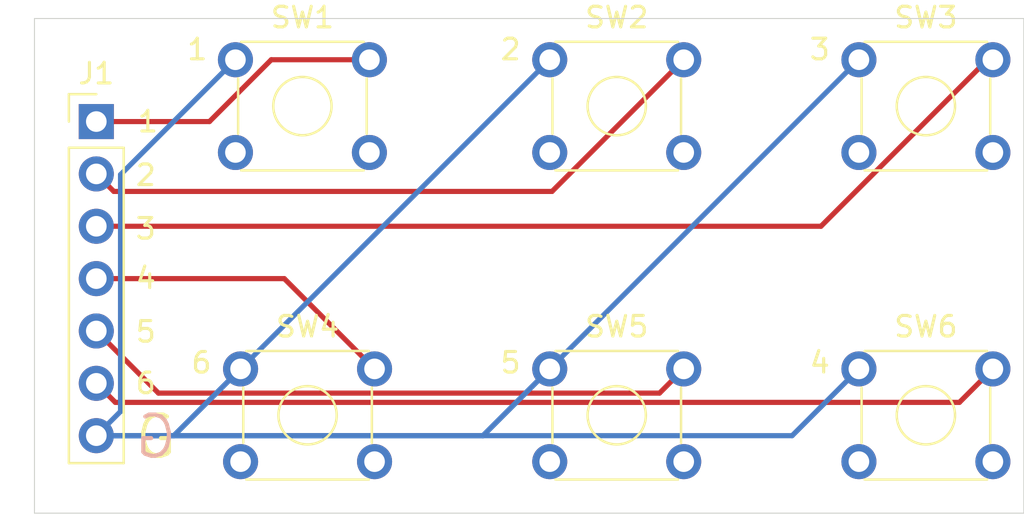
<source format=kicad_pcb>
(kicad_pcb (version 20171130) (host pcbnew 5.1.12-84ad8e8a86~92~ubuntu20.04.1)

  (general
    (thickness 1.6)
    (drawings 18)
    (tracks 28)
    (zones 0)
    (modules 7)
    (nets 20)
  )

  (page A4)
  (layers
    (0 F.Cu signal)
    (31 B.Cu signal)
    (32 B.Adhes user)
    (33 F.Adhes user)
    (34 B.Paste user)
    (35 F.Paste user)
    (36 B.SilkS user)
    (37 F.SilkS user)
    (38 B.Mask user)
    (39 F.Mask user)
    (40 Dwgs.User user)
    (41 Cmts.User user)
    (42 Eco1.User user)
    (43 Eco2.User user)
    (44 Edge.Cuts user)
    (45 Margin user)
    (46 B.CrtYd user)
    (47 F.CrtYd user)
    (48 B.Fab user)
    (49 F.Fab user)
  )

  (setup
    (last_trace_width 0.25)
    (trace_clearance 0.2)
    (zone_clearance 0.508)
    (zone_45_only no)
    (trace_min 0.2)
    (via_size 0.8)
    (via_drill 0.4)
    (via_min_size 0.4)
    (via_min_drill 0.3)
    (uvia_size 0.3)
    (uvia_drill 0.1)
    (uvias_allowed no)
    (uvia_min_size 0.2)
    (uvia_min_drill 0.1)
    (edge_width 0.05)
    (segment_width 0.2)
    (pcb_text_width 0.3)
    (pcb_text_size 1.5 1.5)
    (mod_edge_width 0.12)
    (mod_text_size 1 1)
    (mod_text_width 0.15)
    (pad_size 1.524 1.524)
    (pad_drill 0.762)
    (pad_to_mask_clearance 0)
    (aux_axis_origin 0 0)
    (visible_elements FFFFFF7F)
    (pcbplotparams
      (layerselection 0x010fc_ffffffff)
      (usegerberextensions false)
      (usegerberattributes true)
      (usegerberadvancedattributes true)
      (creategerberjobfile true)
      (excludeedgelayer true)
      (linewidth 0.100000)
      (plotframeref false)
      (viasonmask false)
      (mode 1)
      (useauxorigin false)
      (hpglpennumber 1)
      (hpglpenspeed 20)
      (hpglpendiameter 15.000000)
      (psnegative false)
      (psa4output false)
      (plotreference false)
      (plotvalue false)
      (plotinvisibletext false)
      (padsonsilk false)
      (subtractmaskfromsilk false)
      (outputformat 1)
      (mirror false)
      (drillshape 0)
      (scaleselection 1)
      (outputdirectory "gerber"))
  )

  (net 0 "")
  (net 1 GND)
  (net 2 "Net-(J1-Pad6)")
  (net 3 "Net-(J1-Pad5)")
  (net 4 "Net-(J1-Pad4)")
  (net 5 "Net-(J1-Pad3)")
  (net 6 "Net-(J1-Pad2)")
  (net 7 "Net-(J1-Pad1)")
  (net 8 "Net-(SW1-Pad3)")
  (net 9 "Net-(SW1-Pad4)")
  (net 10 "Net-(SW2-Pad3)")
  (net 11 "Net-(SW2-Pad4)")
  (net 12 "Net-(SW3-Pad3)")
  (net 13 "Net-(SW3-Pad4)")
  (net 14 "Net-(SW4-Pad3)")
  (net 15 "Net-(SW4-Pad4)")
  (net 16 "Net-(SW5-Pad3)")
  (net 17 "Net-(SW5-Pad4)")
  (net 18 "Net-(SW6-Pad3)")
  (net 19 "Net-(SW6-Pad4)")

  (net_class Default "This is the default net class."
    (clearance 0.2)
    (trace_width 0.25)
    (via_dia 0.8)
    (via_drill 0.4)
    (uvia_dia 0.3)
    (uvia_drill 0.1)
    (add_net GND)
    (add_net "Net-(J1-Pad1)")
    (add_net "Net-(J1-Pad2)")
    (add_net "Net-(J1-Pad3)")
    (add_net "Net-(J1-Pad4)")
    (add_net "Net-(J1-Pad5)")
    (add_net "Net-(J1-Pad6)")
    (add_net "Net-(SW1-Pad3)")
    (add_net "Net-(SW1-Pad4)")
    (add_net "Net-(SW2-Pad3)")
    (add_net "Net-(SW2-Pad4)")
    (add_net "Net-(SW3-Pad3)")
    (add_net "Net-(SW3-Pad4)")
    (add_net "Net-(SW4-Pad3)")
    (add_net "Net-(SW4-Pad4)")
    (add_net "Net-(SW5-Pad3)")
    (add_net "Net-(SW5-Pad4)")
    (add_net "Net-(SW6-Pad3)")
    (add_net "Net-(SW6-Pad4)")
  )

  (module Button_Switch_THT:SW_TH_Tactile_Omron_B3F-10xx (layer F.Cu) (tedit 5D84F0EF) (tstamp 61976E06)
    (at 136 68)
    (descr SW_TH_Tactile_Omron_B3F-10xx_https://www.omron.com/ecb/products/pdf/en-b3f.pdf)
    (tags "Omron B3F-10xx")
    (path /6199D8E5)
    (fp_text reference SW6 (at 3.25 -2.05) (layer F.SilkS)
      (effects (font (size 1 1) (thickness 0.15)))
    )
    (fp_text value SW_DPST (at 3.2 6.5) (layer F.Fab)
      (effects (font (size 1 1) (thickness 0.15)))
    )
    (fp_text user %R (at 3.25 2.25) (layer F.Fab)
      (effects (font (size 1 1) (thickness 0.15)))
    )
    (fp_line (start 0.25 -0.75) (end 0.25 5.25) (layer F.Fab) (width 0.1))
    (fp_line (start 6.25 -0.75) (end 6.25 5.25) (layer F.Fab) (width 0.1))
    (fp_line (start 0.25 -0.75) (end 6.25 -0.75) (layer F.Fab) (width 0.1))
    (fp_line (start 7.6 5.6) (end 7.6 -1.1) (layer F.CrtYd) (width 0.05))
    (fp_line (start -1.1 5.6) (end 7.6 5.6) (layer F.CrtYd) (width 0.05))
    (fp_line (start -1.1 -1.1) (end -1.1 5.6) (layer F.CrtYd) (width 0.05))
    (fp_circle (center 3.25 2.25) (end 4.25 3.25) (layer F.SilkS) (width 0.12))
    (fp_line (start 0.28 5.37) (end 6.22 5.37) (layer F.SilkS) (width 0.12))
    (fp_line (start 0.28 -0.87) (end 6.22 -0.87) (layer F.SilkS) (width 0.12))
    (fp_line (start 0.13 3.59) (end 0.13 0.91) (layer F.SilkS) (width 0.12))
    (fp_line (start 6.37 0.91) (end 6.37 3.59) (layer F.SilkS) (width 0.12))
    (fp_line (start 0.25 5.25) (end 6.25 5.25) (layer F.Fab) (width 0.1))
    (fp_line (start -1.1 -1.1) (end 7.6 -1.1) (layer F.CrtYd) (width 0.05))
    (pad 1 thru_hole circle (at 0 0) (size 1.7 1.7) (drill 1) (layers *.Cu *.Mask)
      (net 1 GND))
    (pad 2 thru_hole circle (at 6.5 0) (size 1.7 1.7) (drill 1) (layers *.Cu *.Mask)
      (net 2 "Net-(J1-Pad6)"))
    (pad 3 thru_hole circle (at 0 4.5) (size 1.7 1.7) (drill 1) (layers *.Cu *.Mask)
      (net 18 "Net-(SW6-Pad3)"))
    (pad 4 thru_hole circle (at 6.5 4.5) (size 1.7 1.7) (drill 1) (layers *.Cu *.Mask)
      (net 19 "Net-(SW6-Pad4)"))
    (model ${KISYS3DMOD}/Button_Switch_THT.3dshapes/SW_TH_Tactile_Omron_B3F-10xx.wrl
      (at (xyz 0 0 0))
      (scale (xyz 1 1 1))
      (rotate (xyz 0 0 0))
    )
  )

  (module Button_Switch_THT:SW_TH_Tactile_Omron_B3F-10xx (layer F.Cu) (tedit 5D84F0EF) (tstamp 61976DF0)
    (at 121 68)
    (descr SW_TH_Tactile_Omron_B3F-10xx_https://www.omron.com/ecb/products/pdf/en-b3f.pdf)
    (tags "Omron B3F-10xx")
    (path /6199CC7B)
    (fp_text reference SW5 (at 3.25 -2.05) (layer F.SilkS)
      (effects (font (size 1 1) (thickness 0.15)))
    )
    (fp_text value SW_DPST (at 3.2 6.5) (layer F.Fab)
      (effects (font (size 1 1) (thickness 0.15)))
    )
    (fp_text user %R (at 3.25 2.25) (layer F.Fab)
      (effects (font (size 1 1) (thickness 0.15)))
    )
    (fp_line (start 0.25 -0.75) (end 0.25 5.25) (layer F.Fab) (width 0.1))
    (fp_line (start 6.25 -0.75) (end 6.25 5.25) (layer F.Fab) (width 0.1))
    (fp_line (start 0.25 -0.75) (end 6.25 -0.75) (layer F.Fab) (width 0.1))
    (fp_line (start 7.6 5.6) (end 7.6 -1.1) (layer F.CrtYd) (width 0.05))
    (fp_line (start -1.1 5.6) (end 7.6 5.6) (layer F.CrtYd) (width 0.05))
    (fp_line (start -1.1 -1.1) (end -1.1 5.6) (layer F.CrtYd) (width 0.05))
    (fp_circle (center 3.25 2.25) (end 4.25 3.25) (layer F.SilkS) (width 0.12))
    (fp_line (start 0.28 5.37) (end 6.22 5.37) (layer F.SilkS) (width 0.12))
    (fp_line (start 0.28 -0.87) (end 6.22 -0.87) (layer F.SilkS) (width 0.12))
    (fp_line (start 0.13 3.59) (end 0.13 0.91) (layer F.SilkS) (width 0.12))
    (fp_line (start 6.37 0.91) (end 6.37 3.59) (layer F.SilkS) (width 0.12))
    (fp_line (start 0.25 5.25) (end 6.25 5.25) (layer F.Fab) (width 0.1))
    (fp_line (start -1.1 -1.1) (end 7.6 -1.1) (layer F.CrtYd) (width 0.05))
    (pad 1 thru_hole circle (at 0 0) (size 1.7 1.7) (drill 1) (layers *.Cu *.Mask)
      (net 1 GND))
    (pad 2 thru_hole circle (at 6.5 0) (size 1.7 1.7) (drill 1) (layers *.Cu *.Mask)
      (net 3 "Net-(J1-Pad5)"))
    (pad 3 thru_hole circle (at 0 4.5) (size 1.7 1.7) (drill 1) (layers *.Cu *.Mask)
      (net 16 "Net-(SW5-Pad3)"))
    (pad 4 thru_hole circle (at 6.5 4.5) (size 1.7 1.7) (drill 1) (layers *.Cu *.Mask)
      (net 17 "Net-(SW5-Pad4)"))
    (model ${KISYS3DMOD}/Button_Switch_THT.3dshapes/SW_TH_Tactile_Omron_B3F-10xx.wrl
      (at (xyz 0 0 0))
      (scale (xyz 1 1 1))
      (rotate (xyz 0 0 0))
    )
  )

  (module Button_Switch_THT:SW_TH_Tactile_Omron_B3F-10xx (layer F.Cu) (tedit 5D84F0EF) (tstamp 61976DDA)
    (at 106 68)
    (descr SW_TH_Tactile_Omron_B3F-10xx_https://www.omron.com/ecb/products/pdf/en-b3f.pdf)
    (tags "Omron B3F-10xx")
    (path /6199BEEA)
    (fp_text reference SW4 (at 3.25 -2.05) (layer F.SilkS)
      (effects (font (size 1 1) (thickness 0.15)))
    )
    (fp_text value SW_DPST (at 3.2 6.5) (layer F.Fab)
      (effects (font (size 1 1) (thickness 0.15)))
    )
    (fp_text user %R (at 3.25 2.25) (layer F.Fab)
      (effects (font (size 1 1) (thickness 0.15)))
    )
    (fp_line (start 0.25 -0.75) (end 0.25 5.25) (layer F.Fab) (width 0.1))
    (fp_line (start 6.25 -0.75) (end 6.25 5.25) (layer F.Fab) (width 0.1))
    (fp_line (start 0.25 -0.75) (end 6.25 -0.75) (layer F.Fab) (width 0.1))
    (fp_line (start 7.6 5.6) (end 7.6 -1.1) (layer F.CrtYd) (width 0.05))
    (fp_line (start -1.1 5.6) (end 7.6 5.6) (layer F.CrtYd) (width 0.05))
    (fp_line (start -1.1 -1.1) (end -1.1 5.6) (layer F.CrtYd) (width 0.05))
    (fp_circle (center 3.25 2.25) (end 4.25 3.25) (layer F.SilkS) (width 0.12))
    (fp_line (start 0.28 5.37) (end 6.22 5.37) (layer F.SilkS) (width 0.12))
    (fp_line (start 0.28 -0.87) (end 6.22 -0.87) (layer F.SilkS) (width 0.12))
    (fp_line (start 0.13 3.59) (end 0.13 0.91) (layer F.SilkS) (width 0.12))
    (fp_line (start 6.37 0.91) (end 6.37 3.59) (layer F.SilkS) (width 0.12))
    (fp_line (start 0.25 5.25) (end 6.25 5.25) (layer F.Fab) (width 0.1))
    (fp_line (start -1.1 -1.1) (end 7.6 -1.1) (layer F.CrtYd) (width 0.05))
    (pad 1 thru_hole circle (at 0 0) (size 1.7 1.7) (drill 1) (layers *.Cu *.Mask)
      (net 1 GND))
    (pad 2 thru_hole circle (at 6.5 0) (size 1.7 1.7) (drill 1) (layers *.Cu *.Mask)
      (net 4 "Net-(J1-Pad4)"))
    (pad 3 thru_hole circle (at 0 4.5) (size 1.7 1.7) (drill 1) (layers *.Cu *.Mask)
      (net 14 "Net-(SW4-Pad3)"))
    (pad 4 thru_hole circle (at 6.5 4.5) (size 1.7 1.7) (drill 1) (layers *.Cu *.Mask)
      (net 15 "Net-(SW4-Pad4)"))
    (model ${KISYS3DMOD}/Button_Switch_THT.3dshapes/SW_TH_Tactile_Omron_B3F-10xx.wrl
      (at (xyz 0 0 0))
      (scale (xyz 1 1 1))
      (rotate (xyz 0 0 0))
    )
  )

  (module Button_Switch_THT:SW_TH_Tactile_Omron_B3F-10xx (layer F.Cu) (tedit 5D84F0EF) (tstamp 61976DC4)
    (at 136 53)
    (descr SW_TH_Tactile_Omron_B3F-10xx_https://www.omron.com/ecb/products/pdf/en-b3f.pdf)
    (tags "Omron B3F-10xx")
    (path /6199B80E)
    (fp_text reference SW3 (at 3.25 -2.05) (layer F.SilkS)
      (effects (font (size 1 1) (thickness 0.15)))
    )
    (fp_text value SW_DPST (at 3.2 6.5) (layer F.Fab)
      (effects (font (size 1 1) (thickness 0.15)))
    )
    (fp_text user %R (at 3.25 2.25) (layer F.Fab)
      (effects (font (size 1 1) (thickness 0.15)))
    )
    (fp_line (start 0.25 -0.75) (end 0.25 5.25) (layer F.Fab) (width 0.1))
    (fp_line (start 6.25 -0.75) (end 6.25 5.25) (layer F.Fab) (width 0.1))
    (fp_line (start 0.25 -0.75) (end 6.25 -0.75) (layer F.Fab) (width 0.1))
    (fp_line (start 7.6 5.6) (end 7.6 -1.1) (layer F.CrtYd) (width 0.05))
    (fp_line (start -1.1 5.6) (end 7.6 5.6) (layer F.CrtYd) (width 0.05))
    (fp_line (start -1.1 -1.1) (end -1.1 5.6) (layer F.CrtYd) (width 0.05))
    (fp_circle (center 3.25 2.25) (end 4.25 3.25) (layer F.SilkS) (width 0.12))
    (fp_line (start 0.28 5.37) (end 6.22 5.37) (layer F.SilkS) (width 0.12))
    (fp_line (start 0.28 -0.87) (end 6.22 -0.87) (layer F.SilkS) (width 0.12))
    (fp_line (start 0.13 3.59) (end 0.13 0.91) (layer F.SilkS) (width 0.12))
    (fp_line (start 6.37 0.91) (end 6.37 3.59) (layer F.SilkS) (width 0.12))
    (fp_line (start 0.25 5.25) (end 6.25 5.25) (layer F.Fab) (width 0.1))
    (fp_line (start -1.1 -1.1) (end 7.6 -1.1) (layer F.CrtYd) (width 0.05))
    (pad 1 thru_hole circle (at 0 0) (size 1.7 1.7) (drill 1) (layers *.Cu *.Mask)
      (net 1 GND))
    (pad 2 thru_hole circle (at 6.5 0) (size 1.7 1.7) (drill 1) (layers *.Cu *.Mask)
      (net 5 "Net-(J1-Pad3)"))
    (pad 3 thru_hole circle (at 0 4.5) (size 1.7 1.7) (drill 1) (layers *.Cu *.Mask)
      (net 12 "Net-(SW3-Pad3)"))
    (pad 4 thru_hole circle (at 6.5 4.5) (size 1.7 1.7) (drill 1) (layers *.Cu *.Mask)
      (net 13 "Net-(SW3-Pad4)"))
    (model ${KISYS3DMOD}/Button_Switch_THT.3dshapes/SW_TH_Tactile_Omron_B3F-10xx.wrl
      (at (xyz 0 0 0))
      (scale (xyz 1 1 1))
      (rotate (xyz 0 0 0))
    )
  )

  (module Button_Switch_THT:SW_TH_Tactile_Omron_B3F-10xx (layer F.Cu) (tedit 5D84F0EF) (tstamp 61976DAE)
    (at 121 53)
    (descr SW_TH_Tactile_Omron_B3F-10xx_https://www.omron.com/ecb/products/pdf/en-b3f.pdf)
    (tags "Omron B3F-10xx")
    (path /6199AF78)
    (fp_text reference SW2 (at 3.25 -2.05) (layer F.SilkS)
      (effects (font (size 1 1) (thickness 0.15)))
    )
    (fp_text value SW_DPST (at 3.2 6.5) (layer F.Fab)
      (effects (font (size 1 1) (thickness 0.15)))
    )
    (fp_text user %R (at 3.25 2.25) (layer F.Fab)
      (effects (font (size 1 1) (thickness 0.15)))
    )
    (fp_line (start 0.25 -0.75) (end 0.25 5.25) (layer F.Fab) (width 0.1))
    (fp_line (start 6.25 -0.75) (end 6.25 5.25) (layer F.Fab) (width 0.1))
    (fp_line (start 0.25 -0.75) (end 6.25 -0.75) (layer F.Fab) (width 0.1))
    (fp_line (start 7.6 5.6) (end 7.6 -1.1) (layer F.CrtYd) (width 0.05))
    (fp_line (start -1.1 5.6) (end 7.6 5.6) (layer F.CrtYd) (width 0.05))
    (fp_line (start -1.1 -1.1) (end -1.1 5.6) (layer F.CrtYd) (width 0.05))
    (fp_circle (center 3.25 2.25) (end 4.25 3.25) (layer F.SilkS) (width 0.12))
    (fp_line (start 0.28 5.37) (end 6.22 5.37) (layer F.SilkS) (width 0.12))
    (fp_line (start 0.28 -0.87) (end 6.22 -0.87) (layer F.SilkS) (width 0.12))
    (fp_line (start 0.13 3.59) (end 0.13 0.91) (layer F.SilkS) (width 0.12))
    (fp_line (start 6.37 0.91) (end 6.37 3.59) (layer F.SilkS) (width 0.12))
    (fp_line (start 0.25 5.25) (end 6.25 5.25) (layer F.Fab) (width 0.1))
    (fp_line (start -1.1 -1.1) (end 7.6 -1.1) (layer F.CrtYd) (width 0.05))
    (pad 1 thru_hole circle (at 0 0) (size 1.7 1.7) (drill 1) (layers *.Cu *.Mask)
      (net 1 GND))
    (pad 2 thru_hole circle (at 6.5 0) (size 1.7 1.7) (drill 1) (layers *.Cu *.Mask)
      (net 6 "Net-(J1-Pad2)"))
    (pad 3 thru_hole circle (at 0 4.5) (size 1.7 1.7) (drill 1) (layers *.Cu *.Mask)
      (net 10 "Net-(SW2-Pad3)"))
    (pad 4 thru_hole circle (at 6.5 4.5) (size 1.7 1.7) (drill 1) (layers *.Cu *.Mask)
      (net 11 "Net-(SW2-Pad4)"))
    (model ${KISYS3DMOD}/Button_Switch_THT.3dshapes/SW_TH_Tactile_Omron_B3F-10xx.wrl
      (at (xyz 0 0 0))
      (scale (xyz 1 1 1))
      (rotate (xyz 0 0 0))
    )
  )

  (module Button_Switch_THT:SW_TH_Tactile_Omron_B3F-10xx (layer F.Cu) (tedit 5D84F0EF) (tstamp 61976D98)
    (at 105.75 53)
    (descr SW_TH_Tactile_Omron_B3F-10xx_https://www.omron.com/ecb/products/pdf/en-b3f.pdf)
    (tags "Omron B3F-10xx")
    (path /6199912D)
    (fp_text reference SW1 (at 3.25 -2.05) (layer F.SilkS)
      (effects (font (size 1 1) (thickness 0.15)))
    )
    (fp_text value SW_DPST (at 3.2 6.5) (layer F.Fab)
      (effects (font (size 1 1) (thickness 0.15)))
    )
    (fp_text user %R (at 3.25 2.25) (layer F.Fab)
      (effects (font (size 1 1) (thickness 0.15)))
    )
    (fp_line (start 0.25 -0.75) (end 0.25 5.25) (layer F.Fab) (width 0.1))
    (fp_line (start 6.25 -0.75) (end 6.25 5.25) (layer F.Fab) (width 0.1))
    (fp_line (start 0.25 -0.75) (end 6.25 -0.75) (layer F.Fab) (width 0.1))
    (fp_line (start 7.6 5.6) (end 7.6 -1.1) (layer F.CrtYd) (width 0.05))
    (fp_line (start -1.1 5.6) (end 7.6 5.6) (layer F.CrtYd) (width 0.05))
    (fp_line (start -1.1 -1.1) (end -1.1 5.6) (layer F.CrtYd) (width 0.05))
    (fp_circle (center 3.25 2.25) (end 4.25 3.25) (layer F.SilkS) (width 0.12))
    (fp_line (start 0.28 5.37) (end 6.22 5.37) (layer F.SilkS) (width 0.12))
    (fp_line (start 0.28 -0.87) (end 6.22 -0.87) (layer F.SilkS) (width 0.12))
    (fp_line (start 0.13 3.59) (end 0.13 0.91) (layer F.SilkS) (width 0.12))
    (fp_line (start 6.37 0.91) (end 6.37 3.59) (layer F.SilkS) (width 0.12))
    (fp_line (start 0.25 5.25) (end 6.25 5.25) (layer F.Fab) (width 0.1))
    (fp_line (start -1.1 -1.1) (end 7.6 -1.1) (layer F.CrtYd) (width 0.05))
    (pad 1 thru_hole circle (at 0 0) (size 1.7 1.7) (drill 1) (layers *.Cu *.Mask)
      (net 1 GND))
    (pad 2 thru_hole circle (at 6.5 0) (size 1.7 1.7) (drill 1) (layers *.Cu *.Mask)
      (net 7 "Net-(J1-Pad1)"))
    (pad 3 thru_hole circle (at 0 4.5) (size 1.7 1.7) (drill 1) (layers *.Cu *.Mask)
      (net 8 "Net-(SW1-Pad3)"))
    (pad 4 thru_hole circle (at 6.5 4.5) (size 1.7 1.7) (drill 1) (layers *.Cu *.Mask)
      (net 9 "Net-(SW1-Pad4)"))
    (model ${KISYS3DMOD}/Button_Switch_THT.3dshapes/SW_TH_Tactile_Omron_B3F-10xx.wrl
      (at (xyz 0 0 0))
      (scale (xyz 1 1 1))
      (rotate (xyz 0 0 0))
    )
  )

  (module Connector_PinHeader_2.54mm:PinHeader_1x07_P2.54mm_Vertical (layer F.Cu) (tedit 59FED5CC) (tstamp 61976D82)
    (at 99 56)
    (descr "Through hole straight pin header, 1x07, 2.54mm pitch, single row")
    (tags "Through hole pin header THT 1x07 2.54mm single row")
    (path /61999D85)
    (fp_text reference J1 (at 0 -2.33) (layer F.SilkS)
      (effects (font (size 1 1) (thickness 0.15)))
    )
    (fp_text value Conn_01x07 (at 0 17.57) (layer F.Fab)
      (effects (font (size 1 1) (thickness 0.15)))
    )
    (fp_text user %R (at 0 7.62 90) (layer F.Fab)
      (effects (font (size 1 1) (thickness 0.15)))
    )
    (fp_line (start -0.635 -1.27) (end 1.27 -1.27) (layer F.Fab) (width 0.1))
    (fp_line (start 1.27 -1.27) (end 1.27 16.51) (layer F.Fab) (width 0.1))
    (fp_line (start 1.27 16.51) (end -1.27 16.51) (layer F.Fab) (width 0.1))
    (fp_line (start -1.27 16.51) (end -1.27 -0.635) (layer F.Fab) (width 0.1))
    (fp_line (start -1.27 -0.635) (end -0.635 -1.27) (layer F.Fab) (width 0.1))
    (fp_line (start -1.33 16.57) (end 1.33 16.57) (layer F.SilkS) (width 0.12))
    (fp_line (start -1.33 1.27) (end -1.33 16.57) (layer F.SilkS) (width 0.12))
    (fp_line (start 1.33 1.27) (end 1.33 16.57) (layer F.SilkS) (width 0.12))
    (fp_line (start -1.33 1.27) (end 1.33 1.27) (layer F.SilkS) (width 0.12))
    (fp_line (start -1.33 0) (end -1.33 -1.33) (layer F.SilkS) (width 0.12))
    (fp_line (start -1.33 -1.33) (end 0 -1.33) (layer F.SilkS) (width 0.12))
    (fp_line (start -1.8 -1.8) (end -1.8 17.05) (layer F.CrtYd) (width 0.05))
    (fp_line (start -1.8 17.05) (end 1.8 17.05) (layer F.CrtYd) (width 0.05))
    (fp_line (start 1.8 17.05) (end 1.8 -1.8) (layer F.CrtYd) (width 0.05))
    (fp_line (start 1.8 -1.8) (end -1.8 -1.8) (layer F.CrtYd) (width 0.05))
    (pad 7 thru_hole oval (at 0 15.24) (size 1.7 1.7) (drill 1) (layers *.Cu *.Mask)
      (net 1 GND))
    (pad 6 thru_hole oval (at 0 12.7) (size 1.7 1.7) (drill 1) (layers *.Cu *.Mask)
      (net 2 "Net-(J1-Pad6)"))
    (pad 5 thru_hole oval (at 0 10.16) (size 1.7 1.7) (drill 1) (layers *.Cu *.Mask)
      (net 3 "Net-(J1-Pad5)"))
    (pad 4 thru_hole oval (at 0 7.62) (size 1.7 1.7) (drill 1) (layers *.Cu *.Mask)
      (net 4 "Net-(J1-Pad4)"))
    (pad 3 thru_hole oval (at 0 5.08) (size 1.7 1.7) (drill 1) (layers *.Cu *.Mask)
      (net 5 "Net-(J1-Pad3)"))
    (pad 2 thru_hole oval (at 0 2.54) (size 1.7 1.7) (drill 1) (layers *.Cu *.Mask)
      (net 6 "Net-(J1-Pad2)"))
    (pad 1 thru_hole rect (at 0 0) (size 1.7 1.7) (drill 1) (layers *.Cu *.Mask)
      (net 7 "Net-(J1-Pad1)"))
    (model ${KISYS3DMOD}/Connector_PinHeader_2.54mm.3dshapes/PinHeader_1x07_P2.54mm_Vertical.wrl
      (at (xyz 0 0 0))
      (scale (xyz 1 1 1))
      (rotate (xyz 0 0 0))
    )
  )

  (gr_text 6 (at 104.1 67.7) (layer F.SilkS)
    (effects (font (size 1 1) (thickness 0.15)))
  )
  (gr_text 5 (at 119.1 67.7) (layer F.SilkS)
    (effects (font (size 1 1) (thickness 0.15)))
  )
  (gr_text 4 (at 134.1 67.7) (layer F.SilkS)
    (effects (font (size 1 1) (thickness 0.15)))
  )
  (gr_text 3 (at 134.1 52.5) (layer F.SilkS)
    (effects (font (size 1 1) (thickness 0.15)))
  )
  (gr_text 2 (at 119.1 52.5) (layer F.SilkS)
    (effects (font (size 1 1) (thickness 0.15)))
  )
  (gr_text 1 (at 103.9 52.5) (layer F.SilkS)
    (effects (font (size 1 1) (thickness 0.15)))
  )
  (gr_text 6 (at 101.4 68.7) (layer F.SilkS)
    (effects (font (size 1 1) (thickness 0.15)))
  )
  (gr_text 5 (at 101.4 66.2) (layer F.SilkS)
    (effects (font (size 1 1) (thickness 0.15)))
  )
  (gr_text 4 (at 101.4 63.6) (layer F.SilkS)
    (effects (font (size 1 1) (thickness 0.15)))
  )
  (gr_text 3 (at 101.4 61.2) (layer F.SilkS)
    (effects (font (size 1 1) (thickness 0.15)))
  )
  (gr_text 2 (at 101.4 58.6) (layer F.SilkS)
    (effects (font (size 1 1) (thickness 0.15)))
  )
  (gr_text 1 (at 101.5 56) (layer F.SilkS)
    (effects (font (size 1 1) (thickness 0.15)))
  )
  (gr_text G (at 101.9 71.3) (layer B.SilkS) (tstamp 619771E7)
    (effects (font (size 2 2) (thickness 0.2)) (justify mirror))
  )
  (gr_text G (at 101.9 71.3) (layer F.SilkS)
    (effects (font (size 2 2) (thickness 0.2)))
  )
  (gr_line (start 96 75) (end 96 51) (layer Edge.Cuts) (width 0.05) (tstamp 6197716C))
  (gr_line (start 144 75) (end 96 75) (layer Edge.Cuts) (width 0.05))
  (gr_line (start 144 51) (end 144 75) (layer Edge.Cuts) (width 0.05))
  (gr_line (start 96 51) (end 144 51) (layer Edge.Cuts) (width 0.05))

  (segment (start 102.76 71.24) (end 106 68) (width 0.25) (layer B.Cu) (net 1))
  (segment (start 100.175001 58.574999) (end 105.75 53) (width 0.25) (layer B.Cu) (net 1))
  (segment (start 100.175001 70.064999) (end 100.175001 58.574999) (width 0.25) (layer B.Cu) (net 1))
  (segment (start 99 71.24) (end 100.175001 70.064999) (width 0.25) (layer B.Cu) (net 1))
  (segment (start 117.76 71.24) (end 121 68) (width 0.25) (layer B.Cu) (net 1))
  (segment (start 102.76 71.24) (end 121 53) (width 0.25) (layer B.Cu) (net 1))
  (segment (start 99 71.24) (end 102.76 71.24) (width 0.25) (layer B.Cu) (net 1))
  (segment (start 132.76 71.24) (end 136 68) (width 0.25) (layer B.Cu) (net 1))
  (segment (start 99 71.24) (end 132.76 71.24) (width 0.25) (layer B.Cu) (net 1))
  (segment (start 117.76 71.24) (end 136 53) (width 0.25) (layer B.Cu) (net 1))
  (segment (start 99 71.24) (end 117.76 71.24) (width 0.25) (layer B.Cu) (net 1))
  (segment (start 140.874988 69.625012) (end 142.5 68) (width 0.25) (layer F.Cu) (net 2))
  (segment (start 99.925012 69.625012) (end 140.874988 69.625012) (width 0.25) (layer F.Cu) (net 2))
  (segment (start 99 68.7) (end 99.925012 69.625012) (width 0.25) (layer F.Cu) (net 2))
  (segment (start 126.324999 69.175001) (end 127.5 68) (width 0.25) (layer F.Cu) (net 3))
  (segment (start 102.015001 69.175001) (end 126.324999 69.175001) (width 0.25) (layer F.Cu) (net 3))
  (segment (start 99 66.16) (end 102.015001 69.175001) (width 0.25) (layer F.Cu) (net 3))
  (segment (start 108.12 63.62) (end 112.5 68) (width 0.25) (layer F.Cu) (net 4))
  (segment (start 99 63.62) (end 108.12 63.62) (width 0.25) (layer F.Cu) (net 4))
  (segment (start 142.239002 53) (end 142.5 53) (width 0.25) (layer F.Cu) (net 5))
  (segment (start 134.159002 61.08) (end 142.239002 53) (width 0.25) (layer F.Cu) (net 5))
  (segment (start 99 61.08) (end 134.159002 61.08) (width 0.25) (layer F.Cu) (net 5))
  (segment (start 121.110001 59.389999) (end 127.5 53) (width 0.25) (layer F.Cu) (net 6))
  (segment (start 99.849999 59.389999) (end 121.110001 59.389999) (width 0.25) (layer F.Cu) (net 6))
  (segment (start 99 58.54) (end 99.849999 59.389999) (width 0.25) (layer F.Cu) (net 6))
  (segment (start 107.489002 53) (end 112.25 53) (width 0.25) (layer F.Cu) (net 7))
  (segment (start 104.489002 56) (end 107.489002 53) (width 0.25) (layer F.Cu) (net 7))
  (segment (start 99 56) (end 104.489002 56) (width 0.25) (layer F.Cu) (net 7))

)

</source>
